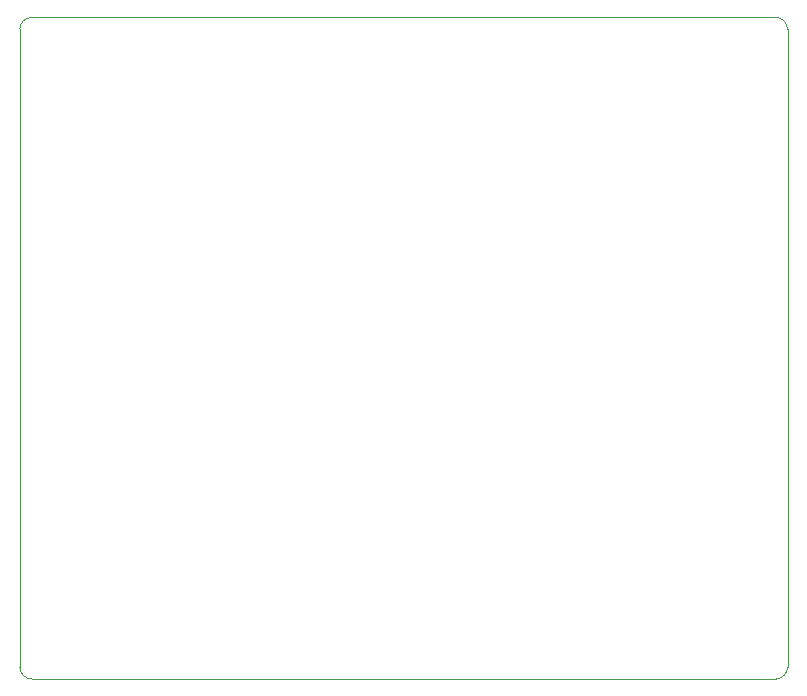
<source format=gm1>
%TF.GenerationSoftware,KiCad,Pcbnew,(5.1.6)-1*%
%TF.CreationDate,2020-10-01T20:42:35+02:00*%
%TF.ProjectId,Radioberry,52616469-6f62-4657-9272-792e6b696361,rev?*%
%TF.SameCoordinates,Original*%
%TF.FileFunction,Profile,NP*%
%FSLAX46Y46*%
G04 Gerber Fmt 4.6, Leading zero omitted, Abs format (unit mm)*
G04 Created by KiCad (PCBNEW (5.1.6)-1) date 2020-10-01 20:42:35*
%MOMM*%
%LPD*%
G01*
G04 APERTURE LIST*
%TA.AperFunction,Profile*%
%ADD10C,0.100000*%
%TD*%
G04 APERTURE END LIST*
D10*
X155000000Y-72000000D02*
G75*
G03*
X154000000Y-71000000I-1000000J0D01*
G01*
X154000000Y-127000000D02*
G75*
G03*
X155000000Y-126000000I0J1000000D01*
G01*
X90000000Y-126000000D02*
G75*
G03*
X91000000Y-127000000I1000000J0D01*
G01*
X91000000Y-71000000D02*
G75*
G03*
X90000000Y-72000000I0J-1000000D01*
G01*
X90000000Y-126000000D02*
X90000000Y-72000000D01*
X154000000Y-127000000D02*
X91000000Y-127000000D01*
X155000000Y-72000000D02*
X155000000Y-126000000D01*
X91000000Y-71000000D02*
X154000000Y-71000000D01*
M02*

</source>
